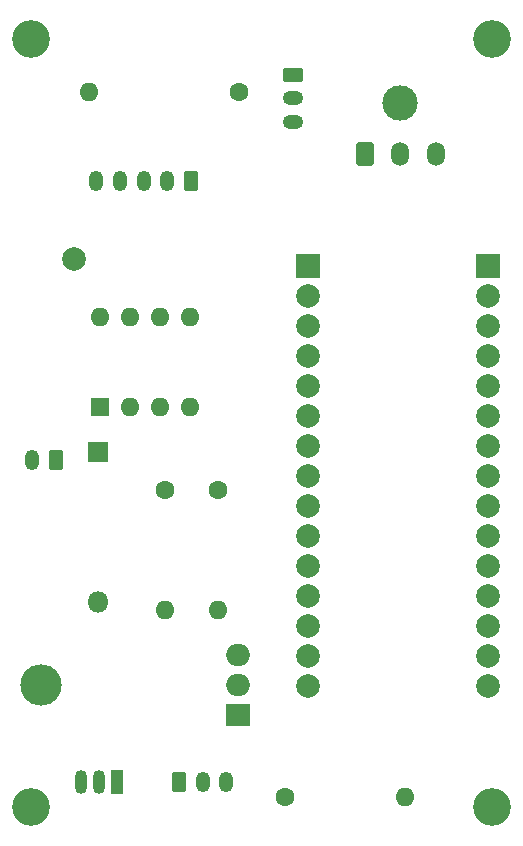
<source format=gbr>
%TF.GenerationSoftware,KiCad,Pcbnew,(6.0.0)*%
%TF.CreationDate,2022-05-13T11:55:21+02:00*%
%TF.ProjectId,Carte Bras ENORME Robot,43617274-6520-4427-9261-7320454e4f52,rev?*%
%TF.SameCoordinates,Original*%
%TF.FileFunction,Soldermask,Top*%
%TF.FilePolarity,Negative*%
%FSLAX46Y46*%
G04 Gerber Fmt 4.6, Leading zero omitted, Abs format (unit mm)*
G04 Created by KiCad (PCBNEW (6.0.0)) date 2022-05-13 11:55:21*
%MOMM*%
%LPD*%
G01*
G04 APERTURE LIST*
G04 Aperture macros list*
%AMRoundRect*
0 Rectangle with rounded corners*
0 $1 Rounding radius*
0 $2 $3 $4 $5 $6 $7 $8 $9 X,Y pos of 4 corners*
0 Add a 4 corners polygon primitive as box body*
4,1,4,$2,$3,$4,$5,$6,$7,$8,$9,$2,$3,0*
0 Add four circle primitives for the rounded corners*
1,1,$1+$1,$2,$3*
1,1,$1+$1,$4,$5*
1,1,$1+$1,$6,$7*
1,1,$1+$1,$8,$9*
0 Add four rect primitives between the rounded corners*
20,1,$1+$1,$2,$3,$4,$5,0*
20,1,$1+$1,$4,$5,$6,$7,0*
20,1,$1+$1,$6,$7,$8,$9,0*
20,1,$1+$1,$8,$9,$2,$3,0*%
G04 Aperture macros list end*
%ADD10C,3.200000*%
%ADD11RoundRect,0.250000X0.350000X0.625000X-0.350000X0.625000X-0.350000X-0.625000X0.350000X-0.625000X0*%
%ADD12O,1.200000X1.750000*%
%ADD13R,2.000000X2.000000*%
%ADD14C,2.000000*%
%ADD15C,1.600000*%
%ADD16O,1.600000X1.600000*%
%ADD17R,1.050000X2.000000*%
%ADD18O,1.050000X2.000000*%
%ADD19R,1.800000X1.800000*%
%ADD20O,1.800000X1.800000*%
%ADD21RoundRect,0.250000X-0.350000X-0.625000X0.350000X-0.625000X0.350000X0.625000X-0.350000X0.625000X0*%
%ADD22O,3.500000X3.500000*%
%ADD23R,2.000000X1.905000*%
%ADD24O,2.000000X1.905000*%
%ADD25R,1.600000X1.600000*%
%ADD26C,3.000000*%
%ADD27RoundRect,0.250001X-0.499999X-0.759999X0.499999X-0.759999X0.499999X0.759999X-0.499999X0.759999X0*%
%ADD28O,1.500000X2.020000*%
%ADD29RoundRect,0.250000X-0.625000X0.350000X-0.625000X-0.350000X0.625000X-0.350000X0.625000X0.350000X0*%
%ADD30O,1.750000X1.200000*%
G04 APERTURE END LIST*
D10*
%TO.C,*%
X145500000Y-35500000D03*
%TD*%
%TO.C,*%
X145500000Y-100500000D03*
%TD*%
D11*
%TO.C,BUS_CAN1*%
X159000000Y-47514400D03*
D12*
X157000000Y-47514400D03*
X155000000Y-47514400D03*
X153000000Y-47514400D03*
X151000000Y-47514400D03*
%TD*%
D13*
%TO.C,STM32FM303K8*%
X168880000Y-54720000D03*
D14*
X168880000Y-57260000D03*
X168880000Y-59800000D03*
X168880000Y-62340000D03*
X168880000Y-64880000D03*
X168880000Y-67420000D03*
X168880000Y-69960000D03*
X168880000Y-72500000D03*
X168880000Y-75040000D03*
X168880000Y-77580000D03*
X168880000Y-80120000D03*
X168880000Y-82660000D03*
X168880000Y-85200000D03*
X168880000Y-87740000D03*
X168880000Y-90280000D03*
D13*
X184120000Y-54720000D03*
D14*
X184120000Y-57260000D03*
X184120000Y-59800000D03*
X184120000Y-62340000D03*
X184120000Y-64880000D03*
X184120000Y-67420000D03*
X184120000Y-69960000D03*
X184120000Y-72500000D03*
X184120000Y-75040000D03*
X184120000Y-77580000D03*
X184120000Y-80120000D03*
X184120000Y-82660000D03*
X184120000Y-85200000D03*
X184120000Y-87740000D03*
X184120000Y-90280000D03*
%TD*%
D15*
%TO.C,R1*%
X167005000Y-99695000D03*
D16*
X177165000Y-99695000D03*
%TD*%
D17*
%TO.C,Q1*%
X152724000Y-98425000D03*
D18*
X151200000Y-98425000D03*
X149676000Y-98425000D03*
%TD*%
D19*
%TO.C,D1*%
X151130000Y-70485000D03*
D20*
X151130000Y-83185000D03*
%TD*%
D15*
%TO.C,R4*%
X161290000Y-73660000D03*
D16*
X161290000Y-83820000D03*
%TD*%
D21*
%TO.C,SERVO2*%
X158000000Y-98425000D03*
D12*
X160000000Y-98425000D03*
X162000000Y-98425000D03*
%TD*%
D15*
%TO.C,R2*%
X163068000Y-40005000D03*
D16*
X150368000Y-40005000D03*
%TD*%
D10*
%TO.C,*%
X184500000Y-35500000D03*
%TD*%
D11*
%TO.C,PompeAVide1*%
X147574000Y-71120000D03*
D12*
X145574000Y-71120000D03*
%TD*%
D15*
%TO.C,R3*%
X156845000Y-73660000D03*
D16*
X156845000Y-83820000D03*
%TD*%
D22*
%TO.C,U2*%
X146340000Y-90170000D03*
D23*
X163000000Y-92710000D03*
D24*
X163000000Y-90170000D03*
X163000000Y-87630000D03*
%TD*%
D25*
%TO.C,U1*%
X151350000Y-66600000D03*
D16*
X153890000Y-66600000D03*
X156430000Y-66600000D03*
X158970000Y-66600000D03*
X158970000Y-58980000D03*
X156430000Y-58980000D03*
X153890000Y-58980000D03*
X151350000Y-58980000D03*
%TD*%
D10*
%TO.C,*%
X184500000Y-100500000D03*
%TD*%
D26*
%TO.C,JS1*%
X176736000Y-40925000D03*
D27*
X173736000Y-45245000D03*
D28*
X176736000Y-45245000D03*
X179736000Y-45245000D03*
%TD*%
D29*
%TO.C,SERVO1*%
X167640000Y-38500000D03*
D30*
X167640000Y-40500000D03*
X167640000Y-42500000D03*
%TD*%
D14*
%TO.C,*%
X149098000Y-54102000D03*
%TD*%
M02*

</source>
